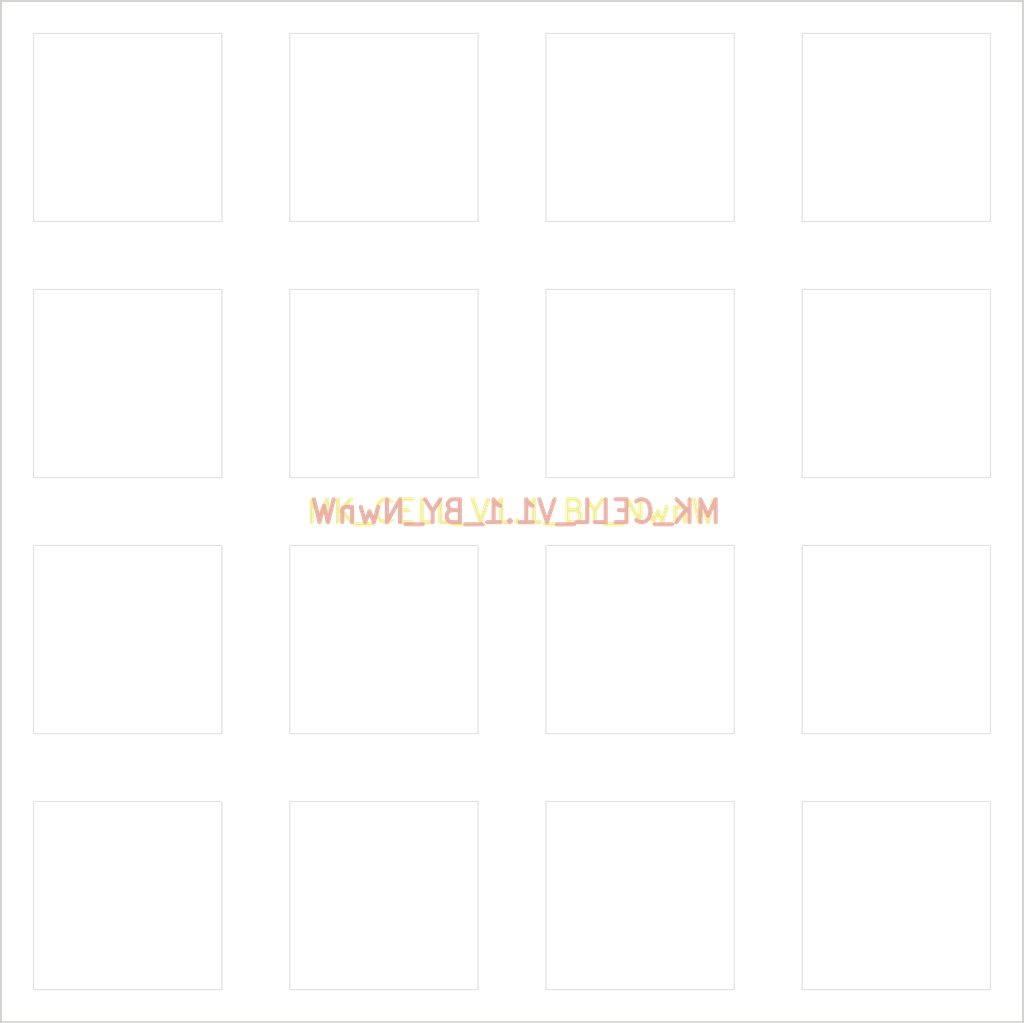
<source format=kicad_pcb>
(kicad_pcb (version 20221018) (generator pcbnew)
  (layers (0 "F.Cu" signal) (31 "B.Cu" signal) (34 "B.Paste" user) (35 "F.Paste" user) (36 "B.SilkS" user "B.Silkscreen") (37 "F.SilkS" user "F.Silkscreen") (38 "B.Mask" user) (39 "F.Mask" user) (44 "Edge.Cuts" user))
  (net 0 "")
  (footprint "grid:MX_Keys_Mount" (layer "F.Cu") (at 66.675 66.675)
    (fp_text reference "MxMount6" hide)
    (fp_text value "~" hide)
    (fp_rect (start -7 -7) (end 7 7) (stroke (width 0.05)) (fill none) (layer "Edge.Cuts"))
  )
  (footprint "grid:MX_Keys_Mount" (layer "F.Cu") (at 85.725 66.675)
    (fp_text reference "MxMount7" hide)
    (fp_text value "~" hide)
    (fp_rect (start -7 -7) (end 7 7) (stroke (width 0.05)) (fill none) (layer "Edge.Cuts"))
  )
  (footprint "grid:MX_Keys_Mount" (layer "F.Cu") (at 104.775 104.775)
    (fp_text reference "MxMount16" hide)
    (fp_text value "~" hide)
    (fp_rect (start -7 -7) (end 7 7) (stroke (width 0.05)) (fill none) (layer "Edge.Cuts"))
  )
  (footprint "grid:MX_Keys_Mount" (layer "F.Cu") (at 66.675 104.775)
    (fp_text reference "MxMount14" hide)
    (fp_text value "~" hide)
    (fp_rect (start -7 -7) (end 7 7) (stroke (width 0.05)) (fill none) (layer "Edge.Cuts"))
  )
  (footprint "grid:MX_Keys_Mount" (layer "F.Cu") (at 47.625 66.675)
    (fp_text reference "MxMount5" hide)
    (fp_text value "~" hide)
    (fp_rect (start -7 -7) (end 7 7) (stroke (width 0.05)) (fill none) (layer "Edge.Cuts"))
  )
  (footprint "grid:MX_Keys_Mount" (layer "F.Cu") (at 85.725 85.725)
    (fp_text reference "MxMount11" hide)
    (fp_text value "~" hide)
    (fp_rect (start -7 -7) (end 7 7) (stroke (width 0.05)) (fill none) (layer "Edge.Cuts"))
  )
  (footprint "grid:MX_Keys_Mount" (layer "F.Cu") (at 66.675 47.625)
    (fp_text reference "MxMount2" hide)
    (fp_text value "~" hide)
    (fp_rect (start -7 -7) (end 7 7) (stroke (width 0.05)) (fill none) (layer "Edge.Cuts"))
  )
  (footprint "grid:MX_Keys_Mount" (layer "F.Cu") (at 66.675 85.725)
    (fp_text reference "MxMount10" hide)
    (fp_text value "~" hide)
    (fp_rect (start -7 -7) (end 7 7) (stroke (width 0.05)) (fill none) (layer "Edge.Cuts"))
  )
  (footprint "grid:MX_Keys_Mount" (layer "F.Cu") (at 85.725 47.625)
    (fp_text reference "MxMount3" hide)
    (fp_text value "~" hide)
    (fp_rect (start -7 -7) (end 7 7) (stroke (width 0.05)) (fill none) (layer "Edge.Cuts"))
  )
  (footprint "grid:MX_Keys_Mount" (layer "F.Cu") (at 104.775 66.675)
    (fp_text reference "MxMount8" hide)
    (fp_text value "~" hide)
    (fp_rect (start -7 -7) (end 7 7) (stroke (width 0.05)) (fill none) (layer "Edge.Cuts"))
  )
  (footprint "grid:MX_Keys_Mount" (layer "F.Cu") (at 104.775 85.725)
    (fp_text reference "MxMount12" hide)
    (fp_text value "~" hide)
    (fp_rect (start -7 -7) (end 7 7) (stroke (width 0.05)) (fill none) (layer "Edge.Cuts"))
  )
  (footprint "grid:MX_Keys_Mount" (layer "F.Cu") (at 104.775 47.625)
    (fp_text reference "MxMount4" hide)
    (fp_text value "~" hide)
    (fp_rect (start -7 -7) (end 7 7) (stroke (width 0.05)) (fill none) (layer "Edge.Cuts"))
  )
  (footprint "grid:MX_Keys_Mount" (layer "F.Cu") (at 85.725 104.775)
    (fp_text reference "MxMount15" hide)
    (fp_text value "~" hide)
    (fp_rect (start -7 -7) (end 7 7) (stroke (width 0.05)) (fill none) (layer "Edge.Cuts"))
  )
  (footprint "grid:MX_Keys_Mount" (layer "F.Cu") (at 47.625 104.775)
    (fp_text reference "MxMount13" hide)
    (fp_text value "~" hide)
    (fp_rect (start -7 -7) (end 7 7) (stroke (width 0.05)) (fill none) (layer "Edge.Cuts"))
  )
  (footprint "grid:MX_Keys_Mount" (layer "F.Cu") (at 47.625 47.625)
    (fp_text reference "MxMount1" hide)
    (fp_text value "~" hide)
    (fp_rect (start -7 -7) (end 7 7) (stroke (width 0.05)) (fill none) (layer "Edge.Cuts"))
  )
  (footprint "grid:MX_Keys_Mount" (layer "F.Cu") (at 47.625 85.725)
    (fp_text reference "MxMount9" hide)
    (fp_text value "~" hide)
    (fp_rect (start -7 -7) (end 7 7) (stroke (width 0.05)) (fill none) (layer "Edge.Cuts"))
  )
  (gr_rect (start 38.2 38.2197) (end 114.2 114.2) (stroke (width 0.15)) (fill none) (layer "Edge.Cuts"))
  (gr_text "MK_CELL_V1.1_BY_NwnW" (at 91.948 77.216) (layer "B.SilkS") (effects (font (size 1.7 1.7) (thickness 0.3) bold) (justify left bottom mirror)))
  (gr_text "MK_CELL_V1.1_BY_NwnW" (at 60.706 77.216) (layer "F.SilkS") (effects (font (size 1.7 1.7) (thickness 0.3) bold) (justify left bottom)))
)
</source>
